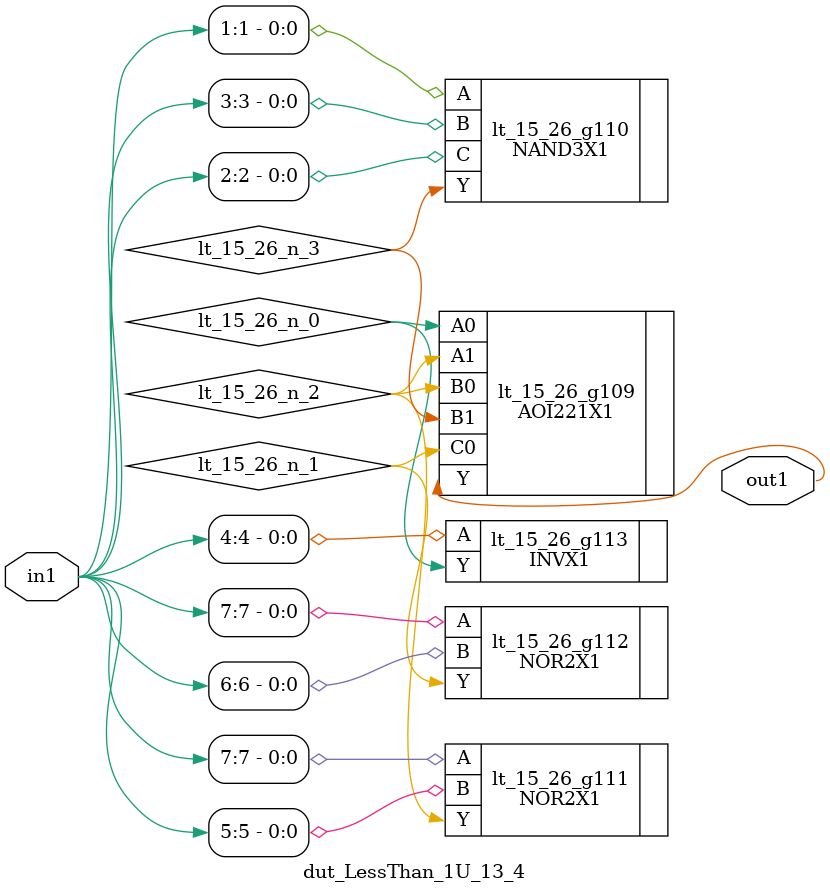
<source format=v>
`timescale 1ps / 1ps


module dut_LessThan_1U_13_4(in1, out1);
  input [7:0] in1;
  output out1;
  wire [7:0] in1;
  wire out1;
  wire lt_15_26_n_0, lt_15_26_n_1, lt_15_26_n_2, lt_15_26_n_3;
  AOI221X1 lt_15_26_g109(.A0 (lt_15_26_n_0), .A1 (lt_15_26_n_2), .B0
       (lt_15_26_n_2), .B1 (lt_15_26_n_3), .C0 (lt_15_26_n_1), .Y
       (out1));
  NAND3X1 lt_15_26_g110(.A (in1[1]), .B (in1[3]), .C (in1[2]), .Y
       (lt_15_26_n_3));
  NOR2X1 lt_15_26_g111(.A (in1[7]), .B (in1[5]), .Y (lt_15_26_n_2));
  NOR2X1 lt_15_26_g112(.A (in1[7]), .B (in1[6]), .Y (lt_15_26_n_1));
  INVX1 lt_15_26_g113(.A (in1[4]), .Y (lt_15_26_n_0));
endmodule



</source>
